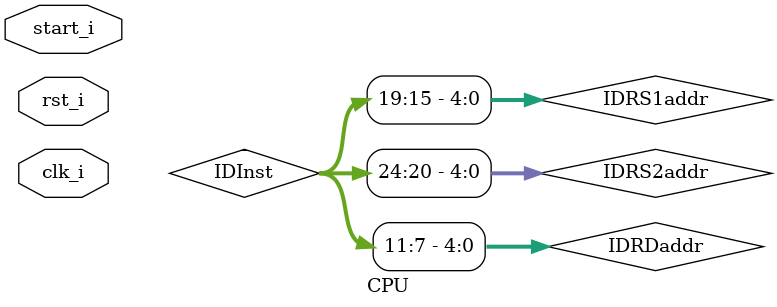
<source format=v>
module CPU
(
    clk_i,
    rst_i,
    start_i
);
input clk_i,rst_i,start_i;
wire [31:0] PCValueNew,PCValueOld,PCAM,IFInst,IDInst,IDPC,IDRS1data,IDRS2data,IDImm,EXImm,EXRS1data,EXRS2data,MEMALUResult,EXALUResult,ALUParameter1,ALUParameter2,WBWriteData,ALUParameter3,DMWriteData,MEMReadData,WBWriteData0,WBWriteData1,BranchPC;

wire [9:0] EXFucnt;
wire Stall,Flush,Zero,IDRegWrite,EXRegWrite,MEMRegWrite,WBRegWrite,IDMemtoReg,EXMemtoReg,MEMMemtoReg,WBMemtoReg,IDMemRead,EXMemRead,MEMMemRead,IDMemWrite,EXMemWrite,MEMMemWrite,IDALUSrc,EXALUSrc,Branch,PCWrite,NoOp;
wire [1:0] IDALUOp,EXALUOp,ForwardA,ForwardB;
wire [4:0] IDRS1addr,EXRS1addr,EXRS2addr,IDRS2addr,IDRDaddr,WBRDaddr,EXRDaddr,MEMRDaddr;
wire [2:0] EXALUCtrl;
assign IDRS1addr=IDInst[19:15],IDRS2addr=IDInst[24:20],IDRDaddr=IDInst[11:7];

PC PC(
    .clk_i      (clk_i),
    .rst_i      (rst_i),
    .start_i    (start_i),
    .pc_i       (PCValueNew),
    .pc_o       (PCValueOld),
    .PCWrite_i  (PCWrite)
);
MUX1 PCMUX(
    .ctrl_i     (Flush),
    .data0_i    (PCAM),
    .data1_i    (BranchPC),
    .data_o     (PCValueNew)
);

Adder Add_PC(
    .data1_in   (32'h0004),
    .data2_in   (PCValueOld),
    .data_o     (PCAM)
);
Instruction_Memory Instruction_Memory(
    .addr_i     (PCValueOld),
    .instr_o    (IFInst)
);
IFID IFID(
    .Inst_i     (IFInst),
    .pc_i       (PCValueOld),
    .clk_i      (clk_i),
    .Stall_i    (Stall),
    .Flush_i    (Flush),
    .Inst_o     (IDInst),
    .pc_o       (IDPC)
);

Registers Registers(
    .clk_i      (clk_i),
    .RS1addr_i  (IDRS1addr),
    .RS2addr_i  (IDRS2addr),
    .RDaddr_i   (WBRDaddr),
    .RDdata_i   (WBWriteData),
    .RegWrite_i (WBRegWrite),
    .RS1data_o  (IDRS1data),
    .RS2data_o  (IDRS2data)
);

Control Control(
    .Op_i        (IDInst[6:0]),
    .ALUOp_o     (IDALUOp),
    .ALUSrc_o    (IDALUSrc),
    .RegWrite_o  (IDRegWrite),
    .MemtoReg_o  (IDMemtoReg),
    .MemRead_o   (IDMemRead),
    .MemWrite_o  (IDMemWrite),
    .Branch_o    (Branch),
    .NoOp_i      (NoOp)
);

IDEX IDEX(
    .RS1data_i   (IDRS1data),
    .RS2data_i   (IDRS2data),
    .Imm_i       (IDImm),
    .Funct_i     ({IDInst[31:25],IDInst[14:12]}),
    .RegWrite_i  (IDRegWrite),
    .MemtoReg_i  (IDMemtoReg),
    .MemRead_i   (IDMemRead),
    .MemWrite_i  (IDMemWrite),
    .ALUOp_i     (IDALUOp),
    .ALUSrc_i    (IDALUSrc),
    .PRS1_i      (IDRS1addr),
    .PRS2_i      (IDRS2addr),
    .PRD_i       (IDRDaddr),
    .clk_i       (clk_i),
    .RS1data_o   (EXRS1data),
    .RS2data_o   (EXRS2data),
    .Imm_o       (EXImm),
    .Funct_o     (EXFucnt),
    .RegWrite_o  (EXRegWrite),
    .MemtoReg_o  (EXMemtoReg),
    .MemRead_o   (EXMemRead),
    .MemWrite_o  (EXMemWrite),
    .ALUOp_o     (EXALUOp),
    .ALUSrc_o    (EXALUSrc),
    .PRS1_o      (EXRS1addr),
    .PRS2_o      (EXRS2addr),
    .PRD_o       (EXRDaddr)
);

MUX2 MUX2A(
    .Forward_i   (ForwardA),
    .RSdata_i    (EXRS1data),
    .ALUResult_i (MEMALUResult),
    .WriteData_i (WBWriteData),
    .ALUParameter_o (ALUParameter1)
);

MUX2 MUX2B(
    .Forward_i   (ForwardB),
    .RSdata_i    (EXRS2data),
    .ALUResult_i (MEMALUResult),
    .WriteData_i (WBWriteData),
    .ALUParameter_o (ALUParameter2)
);

MUX1 EXMUX(
    .ctrl_i      (EXALUSrc),
    .data0_i     (ALUParameter2),
    .data1_i     (EXImm),
    .data_o      (ALUParameter3)
);

ALU_Control ALU_Control(
    .Funct_i     (EXFucnt),
    .ALUOp_i     (EXALUOp),
    .ALUCtrl_o   (EXALUCtrl)
);

ALU ALU(
    .data1_i     (ALUParameter1),
    .data2_i     (ALUParameter3),
    .ALUCtrl_i   (EXALUCtrl),
    .data_o      (EXALUResult)
);

EXMEM EXMEM(
    .RegWrite_i  (EXRegWrite),
    .RegWrite_o  (MEMRegWrite),
    .MemtoReg_i  (EXMemtoReg),
    .MemtoReg_o  (MEMMemtoReg),
    .MemRead_i   (EXMemRead),
    .MemRead_o   (MEMMemRead),
    .MemWrite_i  (EXMemWrite),
    .MemWrite_o   (MEMMemWrite),
    .ALUResult_i (EXALUResult),
    .ALUResult_o (MEMALUResult),
    .WriteData_i (ALUParameter2),
    .WriteData_o (DMWriteData),
    .WriteReg_i  (EXRDaddr),
    .WriteReg_o  (MEMRDaddr),
    .clk_i       (clk_i)
);

Data_Memory Data_Memory(
    .clk_i       (clk_i), 
    .addr_i     (MEMALUResult),
    .MemRead_i  (MEMMemRead),
    .MemWrite_i (MEMMemWrite),
    .data_i     (DMWriteData),
    .data_o     (MEMReadData)
);
MEMWB MEMWB(
    .RegWrite_i (MEMRegWrite),
    .RegWrite_o (WBRegWrite),
    .MemtoReg_i (MEMMemtoReg),
    .MemtoReg_o (WBMemtoReg),
    .ALUResult_i (MEMALUResult),
    .ALUResult_o (WBWriteData0),
    .ReadData_i (MEMReadData),
    .ReadData_o (WBWriteData1),
    .PRD_i      (MEMRDaddr),
    .PRD_o      (WBRDaddr),
    .clk_i      (clk_i)
);

MUX1 WBMUX(
    .ctrl_i     (WBMemtoReg),
    .data0_i    (WBWriteData0),
    .data1_i    (WBWriteData1),
    .data_o     (WBWriteData)
);

ForwardingUnit ForwardingUnit(
    .PRS1_i     (EXRS1addr),
    .PRS2_i     (EXRS2addr),
    .MEMRegWrite_i (MEMRegWrite),
    .MEMRd_i    (MEMRDaddr),
    .WBRegWrite_i (WBRegWrite),
    .WBRd_i     (WBRDaddr),
    .ForwardA_o (ForwardA),
    .ForwardB_o (ForwardB)
);

Comparator Comparator(
    .data0_i    (IDRS1data),
    .data1_i    (IDRS2data),
    .data_o     (Zero)
);

AND AND1(
    .data0_i    (Branch),
    .data1_i    (Zero),
    .data_o     (Flush)  
);

Adder Adder(
    .data1_in   ({IDImm[30:0],1'b0}),
    .data2_in   (IDPC),
    .data_o     (BranchPC)
);

Sign_Extend ImmGen(
    .data_i     (IDInst),
    .data_o     (IDImm)
);

Hazard_Detection Hazard_Detection(
    .MemRead_i   (EXMemRead),
    .PRD_i       (EXRDaddr),
    .RS1addr_i   (IDRS1addr),
    .RS2addr_i   (IDRS2addr),
    .Stall_o     (Stall),
    .PCWrite_o   (PCWrite),
    .NoOp_o      (NoOp)
);
endmodule

</source>
